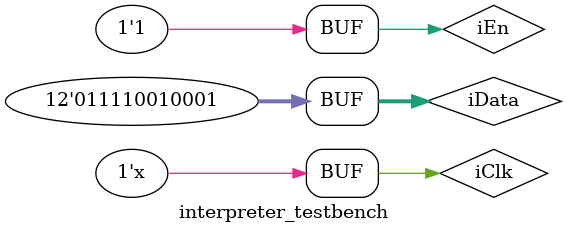
<source format=v>
`timescale 1ps/1ps
module interpreter_testbench();
parameter reservoir_size = 4, data_width = 3, layer = 1;
parameter 		weight_size = 2;

reg iClk,iEn;
reg			[reservoir_size*data_width-1:0]	iData;
wire	[(data_width+weight_size+layer)*2:0]	oValue;
wire			oIntRdy;

interpreter 
#(.reservoir_size(reservoir_size),
.data_width(data_width),
.layer(layer),
.weight_size(weight_size)) i1
(
	.iClk(iClk),
	.iEn(iEn), 
	.iData(iData),
	.oValue(oValue),
	.oIntRdy(oIntRdy)
);

initial
begin
	iClk = 0;
	iEn = 0;
	iData = 12'b011110010001;
	#10 iEn = 1;
end

always
begin
	#5 iClk = ~iClk;
end
endmodule
</source>
